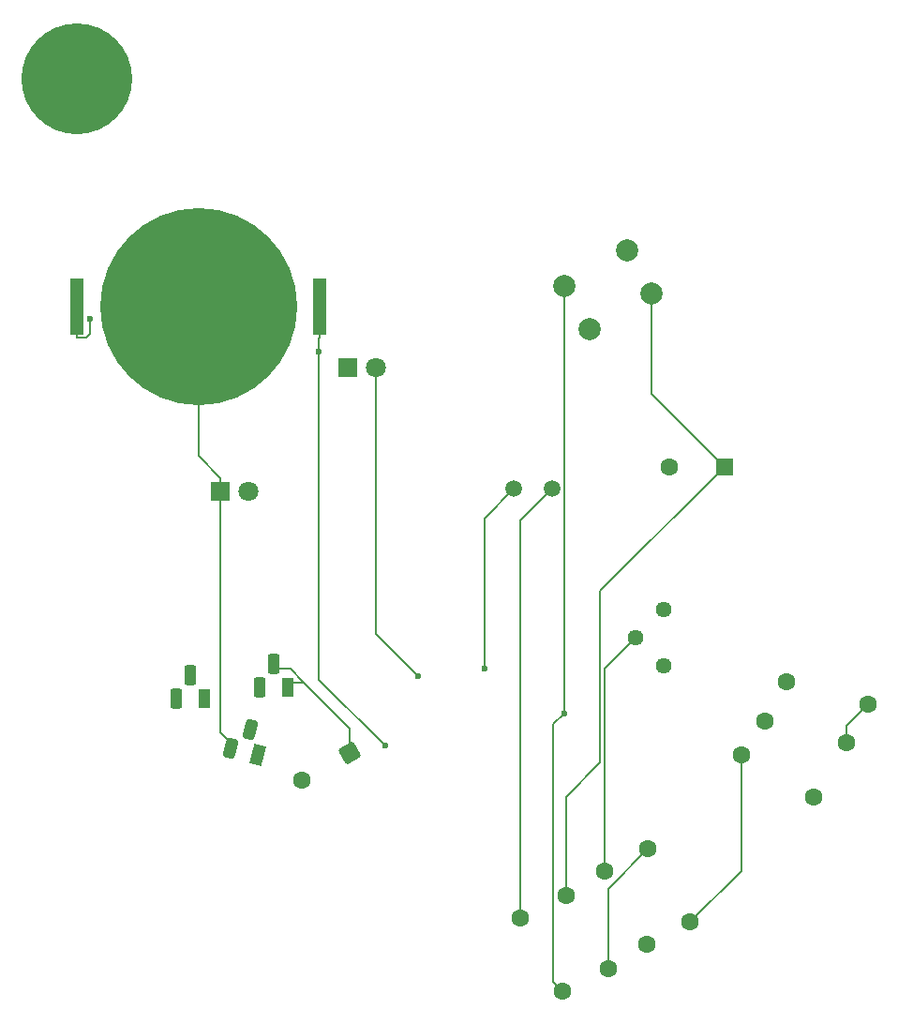
<source format=gbr>
%TF.GenerationSoftware,KiCad,Pcbnew,9.0.2*%
%TF.CreationDate,2025-06-05T20:51:45-04:00*%
%TF.ProjectId,solder-2nd-attempt,736f6c64-6572-42d3-926e-642d61747465,rev?*%
%TF.SameCoordinates,Original*%
%TF.FileFunction,Copper,L2,Bot*%
%TF.FilePolarity,Positive*%
%FSLAX46Y46*%
G04 Gerber Fmt 4.6, Leading zero omitted, Abs format (unit mm)*
G04 Created by KiCad (PCBNEW 9.0.2) date 2025-06-05 20:51:45*
%MOMM*%
%LPD*%
G01*
G04 APERTURE LIST*
G04 Aperture macros list*
%AMRoundRect*
0 Rectangle with rounded corners*
0 $1 Rounding radius*
0 $2 $3 $4 $5 $6 $7 $8 $9 X,Y pos of 4 corners*
0 Add a 4 corners polygon primitive as box body*
4,1,4,$2,$3,$4,$5,$6,$7,$8,$9,$2,$3,0*
0 Add four circle primitives for the rounded corners*
1,1,$1+$1,$2,$3*
1,1,$1+$1,$4,$5*
1,1,$1+$1,$6,$7*
1,1,$1+$1,$8,$9*
0 Add four rect primitives between the rounded corners*
20,1,$1+$1,$2,$3,$4,$5,0*
20,1,$1+$1,$4,$5,$6,$7,0*
20,1,$1+$1,$6,$7,$8,$9,0*
20,1,$1+$1,$8,$9,$2,$3,0*%
%AMRotRect*
0 Rectangle, with rotation*
0 The origin of the aperture is its center*
0 $1 length*
0 $2 width*
0 $3 Rotation angle, in degrees counterclockwise*
0 Add horizontal line*
21,1,$1,$2,0,0,$3*%
G04 Aperture macros list end*
%TA.AperFunction,ComponentPad*%
%ADD10C,1.600000*%
%TD*%
%TA.AperFunction,ComponentPad*%
%ADD11R,1.800000X1.800000*%
%TD*%
%TA.AperFunction,ComponentPad*%
%ADD12C,1.800000*%
%TD*%
%TA.AperFunction,ComponentPad*%
%ADD13C,1.500000*%
%TD*%
%TA.AperFunction,ComponentPad*%
%ADD14C,2.000000*%
%TD*%
%TA.AperFunction,ComponentPad*%
%ADD15RoundRect,0.250000X0.201314X0.751314X-0.751314X0.201314X-0.201314X-0.751314X0.751314X-0.201314X0*%
%TD*%
%TA.AperFunction,ComponentPad*%
%ADD16R,1.100000X1.800000*%
%TD*%
%TA.AperFunction,ComponentPad*%
%ADD17RoundRect,0.275000X0.275000X0.625000X-0.275000X0.625000X-0.275000X-0.625000X0.275000X-0.625000X0*%
%TD*%
%TA.AperFunction,SMDPad,CuDef*%
%ADD18R,1.270000X5.080000*%
%TD*%
%TA.AperFunction,SMDPad,CuDef*%
%ADD19C,17.800000*%
%TD*%
%TA.AperFunction,ComponentPad*%
%ADD20RotRect,1.100000X1.800000X165.000000*%
%TD*%
%TA.AperFunction,ComponentPad*%
%ADD21RoundRect,0.275000X0.427392X0.532528X-0.103868X0.674879X-0.427392X-0.532528X0.103868X-0.674879X0*%
%TD*%
%TA.AperFunction,ComponentPad*%
%ADD22C,1.440000*%
%TD*%
%TA.AperFunction,ComponentPad*%
%ADD23RoundRect,0.250000X0.550000X0.550000X-0.550000X0.550000X-0.550000X-0.550000X0.550000X-0.550000X0*%
%TD*%
%TA.AperFunction,ViaPad*%
%ADD24C,10.000000*%
%TD*%
%TA.AperFunction,ViaPad*%
%ADD25C,0.600000*%
%TD*%
%TA.AperFunction,Conductor*%
%ADD26C,0.200000*%
%TD*%
G04 APERTURE END LIST*
D10*
%TO.P,R2,1*%
%TO.N,Net-(Q1-E)*%
X109979700Y-159891100D03*
%TO.P,R2,2*%
%TO.N,Net-(D1-A)*%
X102619345Y-157918899D03*
%TD*%
%TO.P,R7,1*%
%TO.N,Net-(Q2-B)*%
X88500000Y-180299600D03*
%TO.P,R7,2*%
%TO.N,Net-(C2-Pad1)*%
X84690000Y-173700486D03*
%TD*%
D11*
%TO.P,D1,1,K*%
%TO.N,GND*%
X53460000Y-137191200D03*
D12*
%TO.P,D1,2,A*%
%TO.N,Net-(D1-A)*%
X56000000Y-137191200D03*
%TD*%
D13*
%TO.P,R3,1*%
%TO.N,Net-(Q1-B)*%
X80000000Y-137000000D03*
%TO.P,R3,2*%
%TO.N,GND*%
X83400000Y-137000000D03*
%TD*%
D10*
%TO.P,R1,1*%
%TO.N,Net-(Q1-E)*%
X111979700Y-156391100D03*
%TO.P,R1,2*%
%TO.N,Net-(D2-A)*%
X104619345Y-154418899D03*
%TD*%
%TO.P,R5,1*%
%TO.N,Net-(BT1-+)*%
X95905000Y-176099100D03*
%TO.P,R5,2*%
%TO.N,Net-(Q2-B)*%
X92095000Y-169499986D03*
%TD*%
D11*
%TO.P,D2,1,K*%
%TO.N,GND*%
X65000000Y-126000000D03*
D12*
%TO.P,D2,2,A*%
%TO.N,Net-(D2-A)*%
X67540000Y-126000000D03*
%TD*%
D10*
%TO.P,R4,1*%
%TO.N,Net-(BT1-+)*%
X100500000Y-161000000D03*
%TO.P,R4,2*%
%TO.N,Net-(Q2-C)*%
X107099114Y-164810000D03*
%TD*%
%TO.P,R6,1*%
%TO.N,Net-(Q3-B)*%
X92000000Y-178099100D03*
%TO.P,R6,2*%
%TO.N,Net-(Q2-C)*%
X88190000Y-171499986D03*
%TD*%
%TO.P,R8,1*%
%TO.N,Net-(Q3-B)*%
X84405000Y-182299600D03*
%TO.P,R8,2*%
%TO.N,GND*%
X80595000Y-175700486D03*
%TD*%
D14*
%TO.P,SW1,1,1*%
%TO.N,Net-(C2-Pad1)*%
X92439600Y-119323600D03*
X86810435Y-122573600D03*
%TO.P,SW1,2,2*%
%TO.N,Net-(Q3-B)*%
X90189600Y-115426486D03*
X84560434Y-118676486D03*
%TD*%
D15*
%TO.P,C1,1*%
%TO.N,Net-(Q1-B)*%
X65165100Y-160820600D03*
D10*
%TO.P,C1,2*%
%TO.N,GND*%
X60834973Y-163320600D03*
%TD*%
D16*
%TO.P,Q1,1,C*%
%TO.N,Net-(Q1-B)*%
X59540000Y-154900000D03*
D17*
%TO.P,Q1,2,B*%
X58270000Y-152830000D03*
%TO.P,Q1,3,E*%
%TO.N,Net-(Q1-E)*%
X57000000Y-154900000D03*
%TD*%
D16*
%TO.P,Q3,1,C*%
%TO.N,Net-(Q2-B)*%
X52040000Y-155900000D03*
D17*
%TO.P,Q3,2,B*%
%TO.N,Net-(Q3-B)*%
X50770000Y-153830000D03*
%TO.P,Q3,3,E*%
%TO.N,GND*%
X49500000Y-155900000D03*
%TD*%
D18*
%TO.P,BT1,1,+*%
%TO.N,Net-(BT1-+)*%
X62470000Y-120500000D03*
X40500000Y-120500000D03*
D19*
%TO.P,BT1,2,-*%
%TO.N,GND*%
X51485000Y-120500000D03*
%TD*%
D20*
%TO.P,Q2,1,C*%
%TO.N,Net-(Q2-C)*%
X56849972Y-161043770D03*
D21*
%TO.P,Q2,2,B*%
%TO.N,Net-(Q2-B)*%
X56159002Y-158715604D03*
%TO.P,Q2,3,E*%
%TO.N,GND*%
X54396520Y-160386370D03*
%TD*%
D22*
%TO.P,RV1,1,1*%
%TO.N,Net-(Q1-B)*%
X93500000Y-153000000D03*
%TO.P,RV1,2,2*%
%TO.N,Net-(Q2-C)*%
X90960000Y-150460000D03*
%TO.P,RV1,3,3*%
%TO.N,unconnected-(RV1-Pad3)*%
X93500000Y-147920000D03*
%TD*%
D23*
%TO.P,C2,1*%
%TO.N,Net-(C2-Pad1)*%
X99000000Y-135000000D03*
D10*
%TO.P,C2,2*%
%TO.N,GND*%
X94000000Y-135000000D03*
%TD*%
D24*
%TO.N,*%
X40500000Y-100000000D03*
D25*
%TO.N,Net-(BT1-+)*%
X62359900Y-124581900D03*
X41654500Y-121654500D03*
X68354100Y-160188200D03*
%TO.N,Net-(Q1-B)*%
X77345400Y-153230000D03*
%TO.N,Net-(D2-A)*%
X71351200Y-153855900D03*
%TO.N,Net-(Q3-B)*%
X84560400Y-157237300D03*
%TD*%
D26*
%TO.N,Net-(Q1-B)*%
X59794400Y-153230000D02*
X61032200Y-154467800D01*
X59540000Y-154500000D02*
X61000000Y-154500000D01*
X61000000Y-154500000D02*
X61032200Y-154467800D01*
%TO.N,Net-(BT1-+)*%
X40500000Y-120500000D02*
X40500000Y-123341700D01*
X62470000Y-120500000D02*
X62470000Y-123341700D01*
X41654500Y-123006800D02*
X41319600Y-123341700D01*
X62359900Y-154194000D02*
X62359900Y-124581900D01*
X68354100Y-160188200D02*
X62359900Y-154194000D01*
X95905000Y-176099100D02*
X100500000Y-171504100D01*
X62359900Y-123451800D02*
X62359900Y-124581900D01*
X41654500Y-121654500D02*
X41654500Y-123006800D01*
X100500000Y-171504100D02*
X100500000Y-161000000D01*
X41319600Y-123341700D02*
X40500000Y-123341700D01*
X62470000Y-123341700D02*
X62359900Y-123451800D01*
%TO.N,GND*%
X80595000Y-139805000D02*
X83400000Y-137000000D01*
X51485000Y-134014500D02*
X53460000Y-135989500D01*
X80595000Y-175700500D02*
X80595000Y-139805000D01*
X53460000Y-136887800D02*
X53460000Y-137191200D01*
X51485000Y-120500000D02*
X51485000Y-134014500D01*
X53460000Y-137191200D02*
X53460000Y-158960000D01*
X53460000Y-158960000D02*
X54500000Y-160000000D01*
X53460000Y-136887800D02*
X53460000Y-135989500D01*
%TO.N,Net-(Q1-B)*%
X80000000Y-137000000D02*
X77345400Y-139654600D01*
X77345400Y-139654600D02*
X77345400Y-153230000D01*
X65165100Y-158600700D02*
X65165100Y-160820600D01*
X58270000Y-153230000D02*
X59794400Y-153230000D01*
X61032200Y-154467800D02*
X65165100Y-158600700D01*
%TO.N,Net-(C2-Pad1)*%
X84690000Y-164791800D02*
X84690000Y-173700500D01*
X99000000Y-135000000D02*
X87789800Y-146210200D01*
X87789800Y-146210200D02*
X87789800Y-161692000D01*
X92439600Y-119323600D02*
X92439600Y-128439600D01*
X99000000Y-135000000D02*
X92439600Y-128439600D01*
X87789800Y-161692000D02*
X84690000Y-164791800D01*
%TO.N,Net-(D2-A)*%
X67540000Y-150044700D02*
X67540000Y-126000000D01*
X71351200Y-153855900D02*
X67540000Y-150044700D01*
%TO.N,Net-(Q1-E)*%
X109979700Y-158391100D02*
X109979700Y-159891100D01*
X111979700Y-156391100D02*
X109979700Y-158391100D01*
%TO.N,Net-(Q2-C)*%
X88191500Y-162058300D02*
X88191500Y-153228500D01*
X88190000Y-162059800D02*
X88191500Y-162058300D01*
X88191500Y-153228500D02*
X90960000Y-150460000D01*
X88190000Y-171500000D02*
X88190000Y-162059800D01*
%TO.N,Net-(Q2-B)*%
X92095000Y-169500000D02*
X88500000Y-173095000D01*
X88500000Y-173095000D02*
X88500000Y-180299600D01*
%TO.N,Net-(Q3-B)*%
X84560400Y-157237300D02*
X83560300Y-158237400D01*
X83560300Y-181454900D02*
X84405000Y-182299600D01*
X83560300Y-158237400D02*
X83560300Y-181454900D01*
X84560400Y-118676500D02*
X84560400Y-157237300D01*
%TD*%
M02*

</source>
